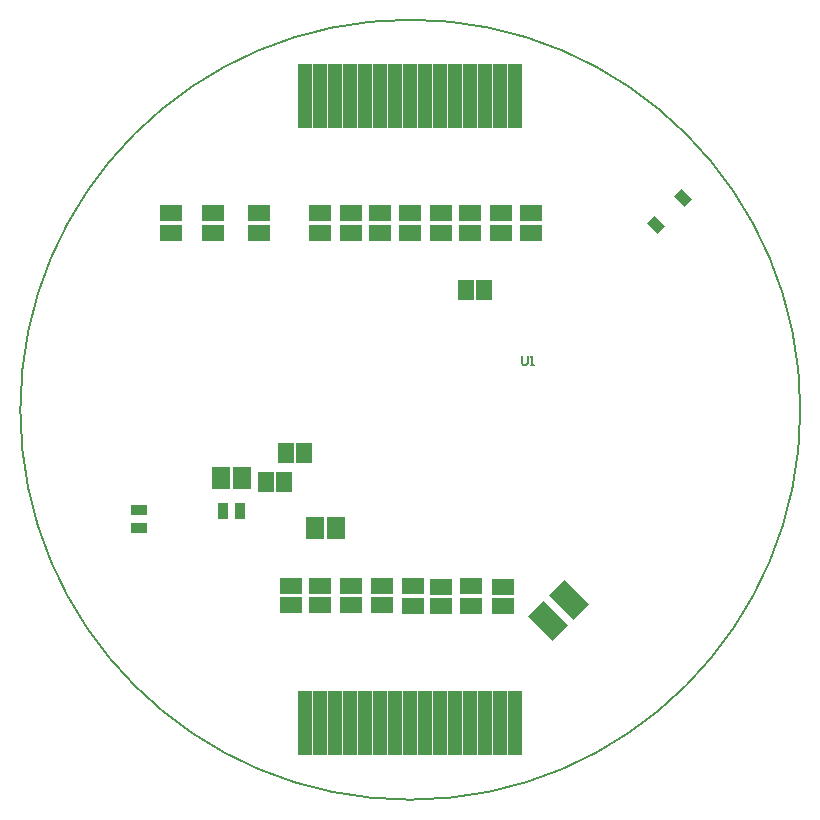
<source format=gbp>
G04*
G04 #@! TF.GenerationSoftware,Altium Limited,Altium Designer,22.3.1 (43)*
G04*
G04 Layer_Color=128*
%FSLAX25Y25*%
%MOIN*%
G70*
G04*
G04 #@! TF.SameCoordinates,40EC2BD7-1702-4D78-AAFC-A13D33BD6AE8*
G04*
G04*
G04 #@! TF.FilePolarity,Positive*
G04*
G01*
G75*
%ADD15C,0.00700*%
%ADD16C,0.00500*%
%ADD21R,0.05937X0.07315*%
%ADD25R,0.05543X0.07118*%
%ADD26R,0.03740X0.05315*%
G04:AMPARAMS|DCode=92|XSize=36mil|YSize=48mil|CornerRadius=0mil|HoleSize=0mil|Usage=FLASHONLY|Rotation=225.000|XOffset=0mil|YOffset=0mil|HoleType=Round|Shape=Rectangle|*
%AMROTATEDRECTD92*
4,1,4,-0.00424,0.02970,0.02970,-0.00424,0.00424,-0.02970,-0.02970,0.00424,-0.00424,0.02970,0.0*
%
%ADD92ROTATEDRECTD92*%

%ADD96R,0.05315X0.03740*%
%ADD97R,0.07315X0.05347*%
G04:AMPARAMS|DCode=98|XSize=73.15mil|YSize=59.37mil|CornerRadius=0mil|HoleSize=0mil|Usage=FLASHONLY|Rotation=225.000|XOffset=0mil|YOffset=0mil|HoleType=Round|Shape=Rectangle|*
%AMROTATEDRECTD98*
4,1,4,0.00487,0.04685,0.04685,0.00487,-0.00487,-0.04685,-0.04685,-0.00487,0.00487,0.04685,0.0*
%
%ADD98ROTATEDRECTD98*%

%ADD99R,0.04913X0.10740*%
G36*
X782857Y339204D02*
X779943D01*
Y347944D01*
X782857D01*
X782857Y339204D01*
D02*
G37*
G36*
X777857D02*
X774943D01*
Y347944D01*
X777857D01*
Y339204D01*
D02*
G37*
G36*
X772857Y347944D02*
Y339204D01*
X769943D01*
Y347944D01*
X772857Y347944D01*
D02*
G37*
G36*
X767857Y339204D02*
X764943D01*
Y347944D01*
X767857D01*
Y339204D01*
D02*
G37*
G36*
X762857D02*
X759943D01*
Y347944D01*
X762857Y347944D01*
Y339204D01*
D02*
G37*
G36*
X757857D02*
X754943D01*
X754943Y347944D01*
X757857Y347944D01*
Y339204D01*
D02*
G37*
G36*
X752857D02*
X749943D01*
Y347944D01*
X752857D01*
X752857Y339204D01*
D02*
G37*
G36*
X747857D02*
X744943D01*
X744943Y347944D01*
X747857D01*
Y339204D01*
D02*
G37*
G36*
X742857D02*
X739943D01*
Y347944D01*
X742857D01*
Y339204D01*
D02*
G37*
G36*
X737857Y347944D02*
X737857Y339204D01*
X734943D01*
Y347944D01*
X737857Y347944D01*
D02*
G37*
G36*
X732857Y339204D02*
X729943D01*
Y347944D01*
X732857D01*
Y339204D01*
D02*
G37*
G36*
X727857D02*
X724943D01*
X724943Y347944D01*
X727857D01*
Y339204D01*
D02*
G37*
G36*
X722857D02*
X719943D01*
Y347944D01*
X722857D01*
Y339204D01*
D02*
G37*
G36*
X717857D02*
X714943D01*
Y347944D01*
X717857D01*
Y339204D01*
D02*
G37*
G36*
X712857D02*
X709943D01*
X709943Y347944D01*
X712857D01*
Y339204D01*
D02*
G37*
G36*
X782857Y337196D02*
X782857Y328456D01*
X779943D01*
Y337196D01*
X782857Y337196D01*
D02*
G37*
G36*
X777857Y328456D02*
X774943D01*
Y337196D01*
X777857D01*
Y328456D01*
D02*
G37*
G36*
X772857D02*
X769943D01*
X769943Y337196D01*
X772857D01*
Y328456D01*
D02*
G37*
G36*
X767857D02*
X764943D01*
Y337196D01*
X767857D01*
Y328456D01*
D02*
G37*
G36*
X762857D02*
X759943D01*
Y337196D01*
X762857D01*
Y328456D01*
D02*
G37*
G36*
X757857D02*
X754943D01*
X754943Y337196D01*
X757857D01*
Y328456D01*
D02*
G37*
G36*
X752857D02*
X749943D01*
Y337196D01*
X752857D01*
Y328456D01*
D02*
G37*
G36*
X747857D02*
X744943D01*
Y337196D01*
X747857D01*
Y328456D01*
D02*
G37*
G36*
X742857D02*
X739943D01*
Y337196D01*
X742857D01*
X742857Y328456D01*
D02*
G37*
G36*
X737857D02*
X734943D01*
Y337196D01*
X737857D01*
X737857Y328456D01*
D02*
G37*
G36*
X732857D02*
X729943D01*
Y337196D01*
X732857D01*
Y328456D01*
D02*
G37*
G36*
X727857Y337196D02*
X727857Y328456D01*
X724943D01*
Y337196D01*
X727857Y337196D01*
D02*
G37*
G36*
X722857Y328456D02*
X719943D01*
Y337196D01*
X722857D01*
Y328456D01*
D02*
G37*
G36*
X717857D02*
X714943D01*
Y337196D01*
X717857Y337196D01*
Y328456D01*
D02*
G37*
G36*
X712857D02*
X709943D01*
X709943Y337196D01*
X712857Y337196D01*
Y328456D01*
D02*
G37*
G36*
X772857Y548204D02*
X769943D01*
Y556944D01*
X772857D01*
Y548204D01*
D02*
G37*
G36*
X762857D02*
X759943D01*
Y556944D01*
X762857D01*
Y548204D01*
D02*
G37*
G36*
X757857D02*
X754943D01*
Y556944D01*
X757857D01*
Y548204D01*
D02*
G37*
G36*
X747857D02*
X744943D01*
Y556944D01*
X747857D01*
Y548204D01*
D02*
G37*
G36*
X737857D02*
X734943D01*
Y556944D01*
X737857D01*
X737857Y548204D01*
D02*
G37*
G36*
X732857D02*
X729943D01*
Y556944D01*
X732857D01*
Y548204D01*
D02*
G37*
G36*
X722857D02*
X719943D01*
Y556944D01*
X722857D01*
Y548204D01*
D02*
G37*
G36*
X782857D02*
X779943Y548204D01*
Y556944D01*
X782857D01*
X782857Y548204D01*
D02*
G37*
G36*
X777857Y548204D02*
X774943D01*
Y556944D01*
X777857D01*
Y548204D01*
D02*
G37*
G36*
X767857D02*
X764943Y548204D01*
X764943Y556944D01*
X767857D01*
Y548204D01*
D02*
G37*
G36*
X752857D02*
X749943D01*
Y556944D01*
X752857D01*
Y548204D01*
D02*
G37*
G36*
X742857D02*
X739943D01*
X739943Y556944D01*
X742857D01*
Y548204D01*
D02*
G37*
G36*
X727857D02*
X724943D01*
Y556944D01*
X727857D01*
Y548204D01*
D02*
G37*
G36*
X717857D02*
X714943D01*
Y556944D01*
X717857D01*
Y548204D01*
D02*
G37*
G36*
X712857D02*
X709943Y548204D01*
Y556944D01*
X712857D01*
Y548204D01*
D02*
G37*
G36*
X782857Y537456D02*
X779943D01*
Y546196D01*
X782857D01*
X782857Y537456D01*
D02*
G37*
G36*
X777857D02*
X774943D01*
Y546196D01*
X777857D01*
Y537456D01*
D02*
G37*
G36*
X767857D02*
X764943D01*
Y546196D01*
X767857D01*
Y537456D01*
D02*
G37*
G36*
X752857D02*
X749943D01*
Y546196D01*
X752857D01*
Y537456D01*
D02*
G37*
G36*
X742857D02*
X739943D01*
Y546196D01*
X742857D01*
Y537456D01*
D02*
G37*
G36*
X727857D02*
X724943D01*
Y546196D01*
X727857D01*
Y537456D01*
D02*
G37*
G36*
X717857D02*
X714943D01*
Y546196D01*
X717857D01*
Y537456D01*
D02*
G37*
G36*
X712857D02*
X709943D01*
Y546196D01*
X712857D01*
Y537456D01*
D02*
G37*
G36*
X772857Y537456D02*
X769943D01*
Y546196D01*
X772857D01*
Y537456D01*
D02*
G37*
G36*
X762857D02*
X759943D01*
Y546196D01*
X762857D01*
Y537456D01*
D02*
G37*
G36*
X757857D02*
X754943Y537456D01*
Y546196D01*
X757857D01*
Y537456D01*
D02*
G37*
G36*
X747857Y537456D02*
X744943Y537456D01*
Y546196D01*
X747857D01*
Y537456D01*
D02*
G37*
G36*
X737857D02*
X734943Y537456D01*
Y546196D01*
X737857D01*
X737857Y537456D01*
D02*
G37*
G36*
X732857Y537456D02*
X729943D01*
Y546196D01*
X732857D01*
Y537456D01*
D02*
G37*
G36*
X722857D02*
X719943Y537456D01*
X719943Y546196D01*
X722857D01*
Y537456D01*
D02*
G37*
D15*
X783510Y460624D02*
Y458125D01*
X784010Y457625D01*
X785009D01*
X785509Y458125D01*
Y460624D01*
X786509Y457625D02*
X787509D01*
X787009D01*
Y460624D01*
X786509Y460124D01*
D16*
X876400Y442700D02*
G03*
X876400Y442700I-130000J0D01*
G01*
D21*
X690248Y419800D02*
D03*
X683162D02*
D03*
X721601Y403400D02*
D03*
X714514D02*
D03*
D25*
X771045Y482738D02*
D03*
X764943D02*
D03*
X705019Y428293D02*
D03*
X711121D02*
D03*
X698366Y418694D02*
D03*
X704468D02*
D03*
D26*
X689792Y408841D02*
D03*
X683886D02*
D03*
D92*
X828211Y504221D02*
D03*
X837333Y513343D02*
D03*
D96*
X655825Y403400D02*
D03*
Y409306D02*
D03*
D97*
X786617Y508154D02*
D03*
X756700Y508154D02*
D03*
X777299Y377200D02*
D03*
X680701Y508154D02*
D03*
X746400Y501691D02*
D03*
Y508187D02*
D03*
X756601Y383696D02*
D03*
Y377200D02*
D03*
X716215Y508154D02*
D03*
Y501658D02*
D03*
X736399Y508154D02*
D03*
Y501658D02*
D03*
X680701D02*
D03*
X737093Y383969D02*
D03*
Y377473D02*
D03*
X666646Y508154D02*
D03*
Y501658D02*
D03*
X716464Y383969D02*
D03*
Y377473D02*
D03*
X766400Y508161D02*
D03*
Y501665D02*
D03*
X696132Y508154D02*
D03*
Y501658D02*
D03*
X756700Y501658D02*
D03*
X706752Y383969D02*
D03*
Y377473D02*
D03*
X776503Y508154D02*
D03*
Y501658D02*
D03*
X786617D02*
D03*
X777299Y383696D02*
D03*
X747355Y383883D02*
D03*
Y377387D02*
D03*
X766644Y383884D02*
D03*
Y377387D02*
D03*
X726751Y383969D02*
D03*
Y377473D02*
D03*
X726556Y508154D02*
D03*
Y501658D02*
D03*
D98*
X790228Y374387D02*
D03*
X794404Y370211D02*
D03*
X797249Y381407D02*
D03*
X801425Y377232D02*
D03*
D99*
X741400Y552574D02*
D03*
X721400Y343574D02*
D03*
Y552574D02*
D03*
X741400Y332826D02*
D03*
X716400Y541826D02*
D03*
X711400Y332826D02*
D03*
X711400Y343574D02*
D03*
X716400Y332826D02*
D03*
Y343574D02*
D03*
X721400Y332826D02*
D03*
X726400Y332826D02*
D03*
X726400Y343574D02*
D03*
X731400Y332826D02*
D03*
Y343574D02*
D03*
X736400Y332826D02*
D03*
X736400Y343574D02*
D03*
X741400D02*
D03*
X746400Y332826D02*
D03*
Y343574D02*
D03*
X751400Y332826D02*
D03*
X751400Y343574D02*
D03*
X756400Y332826D02*
D03*
Y343574D02*
D03*
X761400Y332826D02*
D03*
X761400Y343574D02*
D03*
X766400Y332826D02*
D03*
Y343574D02*
D03*
X771400Y332826D02*
D03*
Y343574D02*
D03*
X776400Y332826D02*
D03*
Y343574D02*
D03*
X781400Y332826D02*
D03*
Y343574D02*
D03*
Y552574D02*
D03*
Y541826D02*
D03*
X776400Y552574D02*
D03*
Y541826D02*
D03*
X771400Y552574D02*
D03*
Y541826D02*
D03*
X766400Y552574D02*
D03*
Y541826D02*
D03*
X761400Y552574D02*
D03*
Y541826D02*
D03*
X756400Y552574D02*
D03*
Y541826D02*
D03*
X751400Y552574D02*
D03*
Y541826D02*
D03*
X746400Y552574D02*
D03*
X746400Y541826D02*
D03*
X741400Y541826D02*
D03*
X736400Y552574D02*
D03*
Y541826D02*
D03*
X731400Y552574D02*
D03*
X731400Y541826D02*
D03*
X726400Y552574D02*
D03*
Y541826D02*
D03*
X721400Y541826D02*
D03*
X716400Y552574D02*
D03*
X711400D02*
D03*
Y541826D02*
D03*
M02*

</source>
